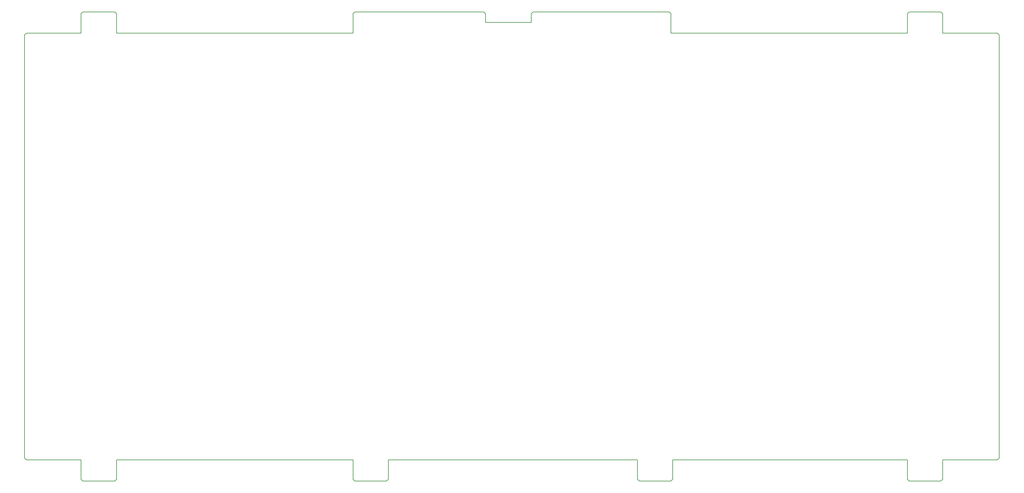
<source format=gbr>
G04 #@! TF.GenerationSoftware,KiCad,Pcbnew,8.0.4*
G04 #@! TF.CreationDate,2024-08-17T17:13:41-05:00*
G04 #@! TF.ProjectId,qwerty,71776572-7479-42e6-9b69-6361645f7063,C*
G04 #@! TF.SameCoordinates,Original*
G04 #@! TF.FileFunction,Profile,NP*
%FSLAX46Y46*%
G04 Gerber Fmt 4.6, Leading zero omitted, Abs format (unit mm)*
G04 Created by KiCad (PCBNEW 8.0.4) date 2024-08-17 17:13:41*
%MOMM*%
%LPD*%
G01*
G04 APERTURE LIST*
G04 #@! TA.AperFunction,Profile*
%ADD10C,0.150000*%
G04 #@! TD*
G04 APERTURE END LIST*
D10*
X250500000Y-205500000D02*
X259500000Y-205500000D01*
X207000000Y-73000000D02*
X207000000Y-75500000D01*
X102500000Y-78500000D02*
X169500000Y-78500000D01*
X336500000Y-199500000D02*
X336500000Y-205000000D01*
X220000000Y-73000000D02*
X220500000Y-72500000D01*
X352500000Y-199000000D02*
X352500000Y-79000000D01*
X327000000Y-205500000D02*
X336000000Y-205500000D01*
X102500000Y-199500000D02*
X169500000Y-199500000D01*
X259000000Y-72500000D02*
X259500000Y-73000000D01*
X102000000Y-72500000D02*
X102500000Y-73000000D01*
X336500000Y-78500000D02*
X352000000Y-78500000D01*
X260000000Y-205000000D02*
X260000000Y-199500000D01*
X259500000Y-205500000D02*
X260000000Y-205000000D01*
X102000000Y-205500000D02*
X102500000Y-205000000D01*
X76500000Y-79000000D02*
X77000000Y-78500000D01*
X179500000Y-205000000D02*
X179500000Y-199500000D01*
X92500000Y-73000000D02*
X93000000Y-72500000D01*
X260000000Y-199500000D02*
X326500000Y-199500000D01*
X170000000Y-72500000D02*
X206500000Y-72500000D01*
X102000000Y-72500000D02*
X93000000Y-72500000D01*
X170000000Y-205500000D02*
X179000000Y-205500000D01*
X169500000Y-205000000D02*
X170000000Y-205500000D01*
X336000000Y-72500000D02*
X336500000Y-73000000D01*
X169500000Y-205000000D02*
X169500000Y-199500000D01*
X169500000Y-73000000D02*
X170000000Y-72500000D01*
X259500000Y-73000000D02*
X259500000Y-78500000D01*
X250000000Y-205000000D02*
X250000000Y-199500000D01*
X352000000Y-199500000D02*
X352500000Y-199000000D01*
X326500000Y-73000000D02*
X327000000Y-72500000D01*
X326500000Y-199500000D02*
X326500000Y-205000000D01*
X250000000Y-205000000D02*
X250500000Y-205500000D01*
X76500000Y-79000000D02*
X76500000Y-199000000D01*
X92500000Y-199500000D02*
X92500000Y-205000000D01*
X179500000Y-199500000D02*
X250000000Y-199500000D01*
X92500000Y-205000000D02*
X93000000Y-205500000D01*
X336500000Y-73000000D02*
X336500000Y-78500000D01*
X336000000Y-205500000D02*
X336500000Y-205000000D01*
X326500000Y-78500000D02*
X259500000Y-78500000D01*
X326500000Y-205000000D02*
X327000000Y-205500000D01*
X336500000Y-199500000D02*
X352000000Y-199500000D01*
X102500000Y-73000000D02*
X102500000Y-78500000D01*
X220500000Y-72500000D02*
X259000000Y-72500000D01*
X207000000Y-75500000D02*
X220000000Y-75500000D01*
X179000000Y-205500000D02*
X179500000Y-205000000D01*
X92500000Y-73000000D02*
X92500000Y-78500000D01*
X327000000Y-72500000D02*
X336000000Y-72500000D01*
X220000000Y-73000000D02*
X220000000Y-75500000D01*
X77000000Y-78500000D02*
X92500000Y-78500000D01*
X77000000Y-199500000D02*
X92500000Y-199500000D01*
X207000000Y-73000000D02*
X206500000Y-72500000D01*
X352000000Y-78500000D02*
X352500000Y-79000000D01*
X93000000Y-205500000D02*
X102000000Y-205500000D01*
X76500000Y-199000000D02*
X77000000Y-199500000D01*
X326500000Y-73000000D02*
X326500000Y-78500000D01*
X102500000Y-199500000D02*
X102500000Y-205000000D01*
X169500000Y-73000000D02*
X169500000Y-78500000D01*
M02*

</source>
